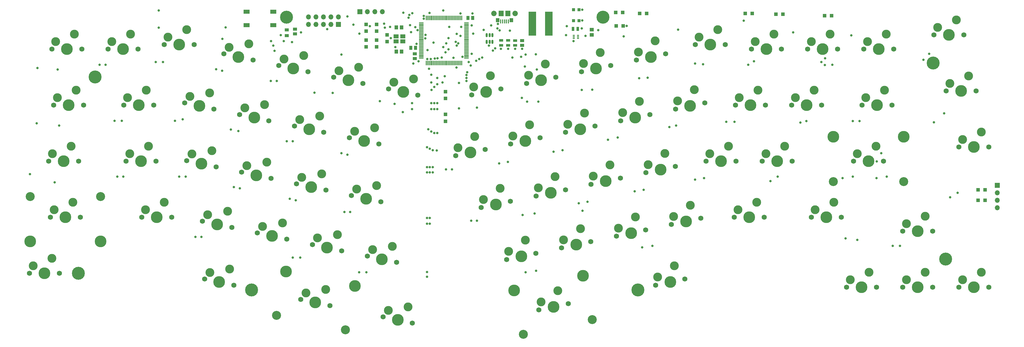
<source format=gbr>
%TF.GenerationSoftware,KiCad,Pcbnew,(6.0.7)*%
%TF.CreationDate,2022-10-19T12:52:43-04:00*%
%TF.ProjectId,main-keyboard-pcb,6d61696e-2d6b-4657-9962-6f6172642d70,1.0*%
%TF.SameCoordinates,Original*%
%TF.FileFunction,Soldermask,Top*%
%TF.FilePolarity,Negative*%
%FSLAX46Y46*%
G04 Gerber Fmt 4.6, Leading zero omitted, Abs format (unit mm)*
G04 Created by KiCad (PCBNEW (6.0.7)) date 2022-10-19 12:52:43*
%MOMM*%
%LPD*%
G01*
G04 APERTURE LIST*
G04 Aperture macros list*
%AMRoundRect*
0 Rectangle with rounded corners*
0 $1 Rounding radius*
0 $2 $3 $4 $5 $6 $7 $8 $9 X,Y pos of 4 corners*
0 Add a 4 corners polygon primitive as box body*
4,1,4,$2,$3,$4,$5,$6,$7,$8,$9,$2,$3,0*
0 Add four circle primitives for the rounded corners*
1,1,$1+$1,$2,$3*
1,1,$1+$1,$4,$5*
1,1,$1+$1,$6,$7*
1,1,$1+$1,$8,$9*
0 Add four rect primitives between the rounded corners*
20,1,$1+$1,$2,$3,$4,$5,0*
20,1,$1+$1,$4,$5,$6,$7,0*
20,1,$1+$1,$6,$7,$8,$9,0*
20,1,$1+$1,$8,$9,$2,$3,0*%
G04 Aperture macros list end*
%ADD10C,3.000000*%
%ADD11C,1.750000*%
%ADD12C,3.987800*%
%ADD13R,1.450000X1.150000*%
%ADD14C,4.400000*%
%ADD15R,1.150000X1.450000*%
%ADD16R,1.150000X1.150000*%
%ADD17R,0.670000X0.300000*%
%ADD18R,1.050000X1.050000*%
%ADD19R,2.600000X8.199999*%
%ADD20C,3.048000*%
%ADD21R,1.470000X0.970000*%
%ADD22R,1.020000X1.470000*%
%ADD23R,1.700000X1.700000*%
%ADD24O,1.700000X1.700000*%
%ADD25R,0.960000X1.390000*%
%ADD26R,0.400000X1.400000*%
%ADD27C,1.850000*%
%ADD28R,1.750000X1.900000*%
%ADD29R,1.470000X1.020000*%
%ADD30RoundRect,0.075000X-0.725000X-0.075000X0.725000X-0.075000X0.725000X0.075000X-0.725000X0.075000X0*%
%ADD31RoundRect,0.075000X-0.075000X-0.725000X0.075000X-0.725000X0.075000X0.725000X-0.075000X0.725000X0*%
%ADD32R,1.400000X1.000000*%
%ADD33R,1.750000X1.350000*%
%ADD34RoundRect,0.150000X0.150000X-0.512500X0.150000X0.512500X-0.150000X0.512500X-0.150000X-0.512500X0*%
%ADD35R,2.100000X1.400000*%
%ADD36C,0.800000*%
G04 APERTURE END LIST*
D10*
%TO.C,SW52*%
X298336650Y-109563633D03*
D11*
X300876650Y-114643633D03*
D10*
X291986650Y-112103633D03*
D11*
X290716650Y-114643633D03*
D12*
X295796650Y-114643633D03*
%TD*%
D13*
%TO.C,Cboot1*%
X241880000Y-90796000D03*
X241880000Y-88996000D03*
%TD*%
D11*
%TO.C,SW16*%
X132391698Y-119984389D03*
D10*
X130963394Y-114487304D03*
X124224061Y-115651559D03*
D11*
X122453718Y-117872006D03*
D12*
X127422708Y-118928198D03*
%TD*%
D14*
%TO.C,H7*%
X357716650Y-100356149D03*
%TD*%
D15*
%TO.C,C15*%
X177400000Y-88250000D03*
X175600000Y-88250000D03*
%TD*%
D10*
%TO.C,SW20*%
X142857771Y-119612286D03*
D11*
X151025408Y-123945116D03*
X141087428Y-121832733D03*
D12*
X146056418Y-122888925D03*
D10*
X149597104Y-118448031D03*
%TD*%
D12*
%TO.C,SW44*%
X265289544Y-136571056D03*
D10*
X266717847Y-131073971D03*
D11*
X270258534Y-135514865D03*
D10*
X261034706Y-134878705D03*
D11*
X260320554Y-137627247D03*
%TD*%
D10*
%TO.C,SW42*%
X244821242Y-96777038D03*
D12*
X243392939Y-102274123D03*
D10*
X239138101Y-100581772D03*
D11*
X238423949Y-103330314D03*
X248361929Y-101217932D03*
%TD*%
D10*
%TO.C,SW47*%
X257771812Y-96621054D03*
D11*
X257057660Y-99369596D03*
D10*
X263454953Y-92816320D03*
D12*
X262026650Y-98313405D03*
D11*
X266995640Y-97257214D03*
%TD*%
D14*
%TO.C,H4*%
X126496086Y-177483001D03*
%TD*%
D16*
%TO.C,R4*%
X172466000Y-93123000D03*
X172466000Y-90773000D03*
%TD*%
D11*
%TO.C,SW58*%
X338491599Y-176556136D03*
D10*
X329601599Y-174016136D03*
D11*
X328331599Y-176556136D03*
D12*
X333411599Y-176556136D03*
D10*
X335951599Y-171476136D03*
%TD*%
D17*
%TO.C,IC1*%
X235802500Y-91006000D03*
X235802500Y-91506000D03*
X235802500Y-92006000D03*
X237282500Y-92006000D03*
X237282500Y-91506000D03*
X237282500Y-91006000D03*
%TD*%
D16*
%TO.C,R6*%
X168910000Y-94901000D03*
X168910000Y-92551000D03*
%TD*%
D10*
%TO.C,SW1*%
X60066650Y-93053633D03*
D11*
X58796650Y-95593633D03*
D10*
X66416650Y-90513633D03*
D12*
X63876650Y-95593633D03*
D11*
X68956650Y-95593633D03*
%TD*%
%TO.C,SW3*%
X57712900Y-133693633D03*
D12*
X62792900Y-133693633D03*
D10*
X65332900Y-128613633D03*
X58982900Y-131153633D03*
D11*
X67872900Y-133693633D03*
%TD*%
D10*
%TO.C,SW10*%
X104516650Y-89013248D03*
D11*
X107056650Y-94093248D03*
D12*
X101976650Y-94093248D03*
D10*
X98166650Y-91553248D03*
D11*
X96896650Y-94093248D03*
%TD*%
%TO.C,SW31*%
X214357399Y-147397018D03*
D12*
X209388409Y-148453209D03*
D10*
X210816712Y-142956124D03*
X205133571Y-146760858D03*
D11*
X204419419Y-149509400D03*
%TD*%
D18*
%TO.C,Cin_2*%
X235727500Y-82276000D03*
X237577500Y-82276000D03*
%TD*%
D10*
%TO.C,SW27*%
X174284562Y-162646720D03*
X167545229Y-163810975D03*
D12*
X170743876Y-167087614D03*
D11*
X175712866Y-168143805D03*
X165774886Y-166031422D03*
%TD*%
D10*
%TO.C,SW38*%
X220504389Y-104542489D03*
D11*
X229728217Y-105178649D03*
X219790237Y-107291031D03*
D12*
X224759227Y-106234840D03*
D10*
X226187530Y-100737755D03*
%TD*%
D19*
%TO.C,L1*%
X227350000Y-86995999D03*
X221750000Y-86995999D03*
%TD*%
D15*
%TO.C,C13*%
X177400000Y-96450000D03*
X175600000Y-96450000D03*
%TD*%
D11*
%TO.C,SW40*%
X251624822Y-139475583D03*
X241686842Y-141587965D03*
D10*
X248084135Y-135034689D03*
X242400994Y-138839423D03*
D12*
X246655832Y-140531774D03*
%TD*%
%TO.C,SW39*%
X238036711Y-122888222D03*
D11*
X243005701Y-121832031D03*
D10*
X233781873Y-121195871D03*
D11*
X233067721Y-123944413D03*
D10*
X239465014Y-117391137D03*
%TD*%
D20*
%TO.C,SW57*%
X323854900Y-140678633D03*
D11*
X340872900Y-133693633D03*
D10*
X331982900Y-131153633D03*
X338332900Y-128613633D03*
D12*
X335792900Y-133693633D03*
X323854900Y-125438633D03*
D11*
X330712900Y-133693633D03*
D12*
X347730900Y-125438633D03*
D20*
X347730900Y-140678633D03*
%TD*%
D10*
%TO.C,SW62*%
X355001599Y-171476136D03*
D12*
X352461599Y-176556136D03*
D11*
X347381599Y-176556136D03*
X357541599Y-176556136D03*
D10*
X348651599Y-174016136D03*
%TD*%
D11*
%TO.C,SW30*%
X205738278Y-129753466D03*
X195800298Y-131865848D03*
D10*
X196514450Y-129117306D03*
X202197591Y-125312572D03*
D12*
X200769288Y-130809657D03*
%TD*%
%TO.C,SW23*%
X161542876Y-176168016D03*
D10*
X151690125Y-177319680D03*
D11*
X153118429Y-182816766D03*
D12*
X148149439Y-181760575D03*
D20*
X135020050Y-186110886D03*
D11*
X143180449Y-180704383D03*
D10*
X144950792Y-178483936D03*
D20*
X158374302Y-191074985D03*
D12*
X138188624Y-171203916D03*
%TD*%
D21*
%TO.C,Cout_1*%
X215900000Y-92716000D03*
X215900000Y-94376000D03*
%TD*%
D10*
%TO.C,SW9*%
X90526650Y-150203633D03*
D11*
X89256650Y-152743633D03*
D10*
X96876650Y-147663633D03*
D11*
X99416650Y-152743633D03*
D12*
X94336650Y-152743633D03*
%TD*%
D22*
%TO.C,C7*%
X182156000Y-95250000D03*
X180556000Y-95250000D03*
%TD*%
D16*
%TO.C,R8*%
X375317000Y-143510000D03*
X372967000Y-143510000D03*
%TD*%
D23*
%TO.C,J1*%
X156020000Y-87246000D03*
D24*
X156020000Y-84706000D03*
X153480000Y-87246000D03*
X153480000Y-84706000D03*
X150940000Y-87246000D03*
X150940000Y-84706000D03*
X148400000Y-87246000D03*
X148400000Y-84706000D03*
X145860000Y-87246000D03*
X145860000Y-84706000D03*
%TD*%
D12*
%TO.C,SW60*%
X338666650Y-114643633D03*
D10*
X334856650Y-112103633D03*
D11*
X333586650Y-114643633D03*
X343746650Y-114643633D03*
D10*
X341206650Y-109563633D03*
%TD*%
D25*
%TO.C,Cinx1*%
X235610000Y-88746000D03*
X237190000Y-88746000D03*
%TD*%
D16*
%TO.C,R29*%
X320897000Y-84328000D03*
X323247000Y-84328000D03*
%TD*%
%TO.C,R22*%
X192278000Y-117856000D03*
X192278000Y-120206000D03*
%TD*%
D11*
%TO.C,SW2*%
X69556650Y-114643633D03*
D12*
X64476650Y-114643633D03*
D11*
X59396650Y-114643633D03*
D10*
X60666650Y-112103633D03*
X67016650Y-109563633D03*
%TD*%
D14*
%TO.C,H3*%
X138363870Y-84806142D03*
%TD*%
D16*
%TO.C,R9*%
X375317000Y-147066000D03*
X372967000Y-147066000D03*
%TD*%
D12*
%TO.C,SW43*%
X256670423Y-118927504D03*
D10*
X252415585Y-117235153D03*
D11*
X251701433Y-119983695D03*
X261639413Y-117871313D03*
D10*
X258098726Y-113430419D03*
%TD*%
D11*
%TO.C,SW34*%
X214434009Y-127905130D03*
X224371989Y-125792748D03*
D10*
X220831302Y-121351854D03*
X215148161Y-125156588D03*
D12*
X219402999Y-126848939D03*
%TD*%
D16*
%TO.C,R28*%
X304387000Y-83820000D03*
X306737000Y-83820000D03*
%TD*%
D10*
%TO.C,SW67*%
X374051599Y-171476136D03*
D12*
X371511599Y-176556136D03*
D11*
X366431599Y-176556136D03*
X376591599Y-176556136D03*
D10*
X367701599Y-174016136D03*
%TD*%
%TO.C,SW22*%
X148911519Y-159850248D03*
D11*
X157079156Y-164183078D03*
D12*
X152110166Y-163126887D03*
D10*
X155650852Y-158685993D03*
D11*
X147141176Y-162070695D03*
%TD*%
D16*
%TO.C,R5*%
X165354000Y-94901000D03*
X165354000Y-92551000D03*
%TD*%
D10*
%TO.C,SW18*%
X137017143Y-154725266D03*
D12*
X133476457Y-159166160D03*
D11*
X128507467Y-158109968D03*
X138445447Y-160222351D03*
D10*
X130277810Y-155889521D03*
%TD*%
D11*
%TO.C,SW25*%
X159721138Y-125793460D03*
D10*
X168230814Y-122408758D03*
D11*
X169659118Y-127905843D03*
D10*
X161491481Y-123573013D03*
D12*
X164690128Y-126849652D03*
%TD*%
D16*
%TO.C,Rfbb1*%
X250237500Y-87746000D03*
X252587500Y-87746000D03*
%TD*%
%TO.C,R27*%
X293973000Y-83566000D03*
X296323000Y-83566000D03*
%TD*%
D10*
%TO.C,SW7*%
X84476650Y-112103633D03*
D11*
X83206650Y-114643633D03*
D10*
X90826650Y-109563633D03*
D12*
X88286650Y-114643633D03*
D11*
X93366650Y-114643633D03*
%TD*%
D14*
%TO.C,H5*%
X245729435Y-84806142D03*
%TD*%
D11*
%TO.C,SW41*%
X260243943Y-157119135D03*
X250305963Y-159231517D03*
D10*
X251020115Y-156482975D03*
X256703256Y-152678241D03*
D12*
X255274953Y-158175326D03*
%TD*%
D26*
%TO.C,J3*%
X213644000Y-86216000D03*
X212994000Y-86216000D03*
X212344000Y-86216000D03*
X211694000Y-86216000D03*
X211044000Y-86216000D03*
D27*
X215919000Y-83566000D03*
X208769000Y-83566000D03*
D28*
X213469000Y-83566000D03*
X211219000Y-83566000D03*
D15*
X214664000Y-85796000D03*
X210024000Y-85796000D03*
%TD*%
D16*
%TO.C,Rfbt1*%
X252412500Y-83156000D03*
X250062500Y-83156000D03*
%TD*%
D11*
%TO.C,SW14*%
X120509438Y-175885514D03*
D12*
X115540448Y-174829322D03*
D10*
X119081134Y-170388428D03*
D11*
X110571458Y-173773131D03*
D10*
X112341801Y-171552684D03*
%TD*%
D14*
%TO.C,H8*%
X361986599Y-167031136D03*
%TD*%
D12*
%TO.C,SW36*%
X236641242Y-162136043D03*
D11*
X231672252Y-163192234D03*
X241610232Y-161079852D03*
D10*
X238069545Y-156638958D03*
X232386404Y-160443692D03*
%TD*%
D23*
%TO.C,J2*%
X163271200Y-82956400D03*
D24*
X165811200Y-82956400D03*
X168351200Y-82956400D03*
X170891200Y-82956400D03*
%TD*%
D18*
%TO.C,Cin_1*%
X235730000Y-85986000D03*
X237580000Y-85986000D03*
%TD*%
D23*
%TO.C,J4*%
X379476000Y-141986000D03*
D24*
X379476000Y-144526000D03*
X379476000Y-147066000D03*
X379476000Y-149606000D03*
%TD*%
D29*
%TO.C,Coutx1*%
X218280000Y-92746000D03*
X218280000Y-94346000D03*
%TD*%
D10*
%TO.C,SW51*%
X284646650Y-89013248D03*
D11*
X277026650Y-94093248D03*
D10*
X278296650Y-91553248D03*
D12*
X282106650Y-94093248D03*
D11*
X287186650Y-94093248D03*
%TD*%
D16*
%TO.C,R2*%
X165354000Y-87217000D03*
X165354000Y-89567000D03*
%TD*%
D10*
%TO.C,SW54*%
X324045419Y-147663631D03*
D12*
X321505419Y-152743631D03*
D11*
X326585419Y-152743631D03*
X316425419Y-152743631D03*
D10*
X317695419Y-150203631D03*
%TD*%
D11*
%TO.C,SW63*%
X344336650Y-95593633D03*
X334176650Y-95593633D03*
D10*
X341796650Y-90513633D03*
X335446650Y-93053633D03*
D12*
X339256650Y-95593633D03*
%TD*%
D11*
%TO.C,SW19*%
X135731377Y-101218655D03*
D12*
X140700367Y-102274847D03*
D11*
X145669357Y-103331038D03*
D10*
X144241053Y-97833953D03*
X137501720Y-98998208D03*
%TD*%
%TO.C,SW55*%
X303696650Y-90513633D03*
X297346650Y-93053633D03*
D12*
X301156650Y-95593633D03*
D11*
X306236650Y-95593633D03*
X296076650Y-95593633D03*
%TD*%
D30*
%TO.C,U2*%
X184095000Y-86710000D03*
X184095000Y-87210000D03*
X184095000Y-87710000D03*
X184095000Y-88210000D03*
X184095000Y-88710000D03*
X184095000Y-89210000D03*
X184095000Y-89710000D03*
X184095000Y-90210000D03*
X184095000Y-90710000D03*
X184095000Y-91210000D03*
X184095000Y-91710000D03*
X184095000Y-92210000D03*
X184095000Y-92710000D03*
X184095000Y-93210000D03*
X184095000Y-93710000D03*
X184095000Y-94210000D03*
X184095000Y-94710000D03*
X184095000Y-95210000D03*
X184095000Y-95710000D03*
X184095000Y-96210000D03*
X184095000Y-96710000D03*
X184095000Y-97210000D03*
X184095000Y-97710000D03*
X184095000Y-98210000D03*
X184095000Y-98710000D03*
D31*
X185770000Y-100385000D03*
X186270000Y-100385000D03*
X186770000Y-100385000D03*
X187270000Y-100385000D03*
X187770000Y-100385000D03*
X188270000Y-100385000D03*
X188770000Y-100385000D03*
X189270000Y-100385000D03*
X189770000Y-100385000D03*
X190270000Y-100385000D03*
X190770000Y-100385000D03*
X191270000Y-100385000D03*
X191770000Y-100385000D03*
X192270000Y-100385000D03*
X192770000Y-100385000D03*
X193270000Y-100385000D03*
X193770000Y-100385000D03*
X194270000Y-100385000D03*
X194770000Y-100385000D03*
X195270000Y-100385000D03*
X195770000Y-100385000D03*
X196270000Y-100385000D03*
X196770000Y-100385000D03*
X197270000Y-100385000D03*
X197770000Y-100385000D03*
D30*
X199445000Y-98710000D03*
X199445000Y-98210000D03*
X199445000Y-97710000D03*
X199445000Y-97210000D03*
X199445000Y-96710000D03*
X199445000Y-96210000D03*
X199445000Y-95710000D03*
X199445000Y-95210000D03*
X199445000Y-94710000D03*
X199445000Y-94210000D03*
X199445000Y-93710000D03*
X199445000Y-93210000D03*
X199445000Y-92710000D03*
X199445000Y-92210000D03*
X199445000Y-91710000D03*
X199445000Y-91210000D03*
X199445000Y-90710000D03*
X199445000Y-90210000D03*
X199445000Y-89710000D03*
X199445000Y-89210000D03*
X199445000Y-88710000D03*
X199445000Y-88210000D03*
X199445000Y-87710000D03*
X199445000Y-87210000D03*
X199445000Y-86710000D03*
D31*
X197770000Y-85035000D03*
X197270000Y-85035000D03*
X196770000Y-85035000D03*
X196270000Y-85035000D03*
X195770000Y-85035000D03*
X195270000Y-85035000D03*
X194770000Y-85035000D03*
X194270000Y-85035000D03*
X193770000Y-85035000D03*
X193270000Y-85035000D03*
X192770000Y-85035000D03*
X192270000Y-85035000D03*
X191770000Y-85035000D03*
X191270000Y-85035000D03*
X190770000Y-85035000D03*
X190270000Y-85035000D03*
X189770000Y-85035000D03*
X189270000Y-85035000D03*
X188770000Y-85035000D03*
X188270000Y-85035000D03*
X187770000Y-85035000D03*
X187270000Y-85035000D03*
X186770000Y-85035000D03*
X186270000Y-85035000D03*
X185770000Y-85035000D03*
%TD*%
D32*
%TO.C,R3*%
X138430000Y-89154000D03*
X138430000Y-91054000D03*
%TD*%
D12*
%TO.C,SW53*%
X304836650Y-133693633D03*
D11*
X299756650Y-133693633D03*
X309916650Y-133693633D03*
D10*
X301026650Y-131153633D03*
X307376650Y-128613633D03*
%TD*%
%TO.C,SW50*%
X291501669Y-150203631D03*
D11*
X300391669Y-152743631D03*
D12*
X295311669Y-152743631D03*
D10*
X297851669Y-147663631D03*
D11*
X290231669Y-152743631D03*
%TD*%
D33*
%TO.C,Y1*%
X175575000Y-93000000D03*
X177825000Y-93000000D03*
X177825000Y-91350000D03*
X175575000Y-91350000D03*
%TD*%
D10*
%TO.C,SW28*%
X179640699Y-183260749D03*
D11*
X171131023Y-186645451D03*
D10*
X172901366Y-184425004D03*
D11*
X181069003Y-188757834D03*
D12*
X176100013Y-187701643D03*
%TD*%
D14*
%TO.C,H1*%
X73401650Y-105118633D03*
%TD*%
D12*
%TO.C,SW45*%
X273908665Y-154214608D03*
D11*
X268939675Y-155270799D03*
D10*
X269653827Y-152522257D03*
X275336968Y-148717523D03*
D11*
X278877655Y-153158417D03*
%TD*%
%TO.C,SW49*%
X280706650Y-133693633D03*
D12*
X285786650Y-133693633D03*
D11*
X290866650Y-133693633D03*
D10*
X288326650Y-128613633D03*
X281976650Y-131153633D03*
%TD*%
D12*
%TO.C,SW5*%
X56246650Y-171793633D03*
D10*
X52436650Y-169253633D03*
X58786650Y-166713633D03*
D11*
X61326650Y-171793633D03*
X51166650Y-171793633D03*
%TD*%
D10*
%TO.C,SW61*%
X348651599Y-154966136D03*
D12*
X352461599Y-157506136D03*
D11*
X347381599Y-157506136D03*
X357541599Y-157506136D03*
D10*
X355001599Y-152426136D03*
%TD*%
%TO.C,SW8*%
X85176650Y-131153633D03*
D12*
X88986650Y-133693633D03*
D10*
X91526650Y-128613633D03*
D11*
X94066650Y-133693633D03*
X83906650Y-133693633D03*
%TD*%
D10*
%TO.C,SW26*%
X168928481Y-142032652D03*
D11*
X170356785Y-147529737D03*
X160418805Y-145417354D03*
D12*
X165387795Y-146473546D03*
D10*
X162189148Y-143196907D03*
%TD*%
D34*
%TO.C,U1*%
X206300000Y-93137500D03*
X207250000Y-93137500D03*
X208200000Y-93137500D03*
X208200000Y-90862500D03*
X207250000Y-90862500D03*
X206300000Y-90862500D03*
%TD*%
D12*
%TO.C,SW37*%
X228955916Y-183245171D03*
D11*
X233924905Y-182188980D03*
D20*
X242085305Y-187595482D03*
X218731053Y-192559582D03*
D12*
X215562479Y-177652612D03*
D10*
X224701078Y-181552820D03*
X230384219Y-177748086D03*
D11*
X223986926Y-184301362D03*
D12*
X238916731Y-172688513D03*
%TD*%
%TO.C,SW13*%
X114842747Y-155205434D03*
D10*
X118383433Y-150764540D03*
D11*
X109873757Y-154149242D03*
X119811737Y-156261625D03*
D10*
X111644100Y-151928795D03*
%TD*%
D35*
%TO.C,SW68*%
X133902000Y-87465000D03*
X124802000Y-87465000D03*
X133902000Y-82965000D03*
X124802000Y-82965000D03*
%TD*%
D29*
%TO.C,C17*%
X181864000Y-97244000D03*
X181864000Y-98844000D03*
%TD*%
D14*
%TO.C,H6*%
X257596916Y-177482353D03*
%TD*%
D11*
%TO.C,SW59*%
X315126650Y-95593633D03*
D10*
X322746650Y-90513633D03*
D12*
X320206650Y-95593633D03*
D11*
X325286650Y-95593633D03*
D10*
X316396650Y-93053633D03*
%TD*%
D12*
%TO.C,SW66*%
X371511599Y-128931152D03*
D11*
X376591599Y-128931152D03*
D10*
X367701599Y-126391152D03*
X374051599Y-123851152D03*
D11*
X366431599Y-128931152D03*
%TD*%
D12*
%TO.C,SW4*%
X51442400Y-160998633D03*
D11*
X68460400Y-152743633D03*
D12*
X63380400Y-152743633D03*
D20*
X75318400Y-145758633D03*
D12*
X75318400Y-160998633D03*
D10*
X59570400Y-150203633D03*
D11*
X58300400Y-152743633D03*
D20*
X51442400Y-145758633D03*
D10*
X65920400Y-147663633D03*
%TD*%
D22*
%TO.C,C12*%
X199898000Y-85090000D03*
X201498000Y-85090000D03*
%TD*%
D10*
%TO.C,SW11*%
X105590351Y-111690833D03*
X112329684Y-110526578D03*
D11*
X113757988Y-116023663D03*
X103820008Y-113911280D03*
D12*
X108788998Y-114967472D03*
%TD*%
D10*
%TO.C,SW21*%
X150294771Y-138071925D03*
X143555438Y-139236180D03*
D11*
X151723075Y-143569010D03*
D12*
X146754085Y-142512819D03*
D11*
X141785095Y-141456627D03*
%TD*%
D10*
%TO.C,SW65*%
X363431650Y-107341149D03*
D12*
X367241650Y-109881149D03*
D10*
X369781650Y-104801149D03*
D11*
X362161650Y-109881149D03*
X372321650Y-109881149D03*
%TD*%
D10*
%TO.C,SW32*%
X219435833Y-160599676D03*
D11*
X213038540Y-167152952D03*
X222976520Y-165040570D03*
D12*
X218007530Y-166096761D03*
D10*
X213752692Y-164404410D03*
%TD*%
D11*
%TO.C,SW12*%
X114455655Y-135647556D03*
D10*
X106288018Y-131314726D03*
D12*
X109486665Y-134591365D03*
D10*
X113027351Y-130150471D03*
D11*
X104517675Y-133535173D03*
%TD*%
%TO.C,SW64*%
X357989192Y-90831142D03*
X368149192Y-90831142D03*
D10*
X365609192Y-85751142D03*
X359259192Y-88291142D03*
D12*
X363069192Y-90831142D03*
%TD*%
D11*
%TO.C,SW46*%
X273521542Y-173772467D03*
D10*
X269980855Y-169331573D03*
X264297714Y-173136307D03*
D11*
X263583562Y-175884850D03*
D12*
X268552552Y-174828659D03*
%TD*%
D11*
%TO.C,SW17*%
X133089365Y-139608283D03*
D12*
X128120375Y-138552092D03*
D10*
X124921728Y-135275453D03*
X131661061Y-134111198D03*
D11*
X123151385Y-137495900D03*
%TD*%
D21*
%TO.C,Cout_2*%
X213540000Y-92706000D03*
X213540000Y-94366000D03*
%TD*%
D16*
%TO.C,R25*%
X258159000Y-83566000D03*
X260509000Y-83566000D03*
%TD*%
D11*
%TO.C,SW35*%
X223053130Y-145548682D03*
D12*
X228022120Y-144492491D03*
D10*
X229450423Y-138995406D03*
X223767282Y-142800140D03*
D11*
X232991110Y-143436300D03*
%TD*%
D10*
%TO.C,SW48*%
X276732438Y-109469701D03*
D11*
X270335145Y-116022977D03*
D10*
X271049297Y-113274435D03*
D12*
X275304135Y-114966786D03*
D11*
X280273125Y-113910595D03*
%TD*%
D16*
%TO.C,R7*%
X168910000Y-87217000D03*
X168910000Y-89567000D03*
%TD*%
D12*
%TO.C,SW29*%
X177967791Y-110196282D03*
D10*
X174769144Y-106919643D03*
D11*
X182936781Y-111252473D03*
D10*
X181508477Y-105755388D03*
D11*
X172998801Y-109140090D03*
%TD*%
D29*
%TO.C,C3*%
X141224000Y-88862000D03*
X141224000Y-90462000D03*
%TD*%
D12*
%TO.C,SW56*%
X314846650Y-114643633D03*
D10*
X311036650Y-112103633D03*
D11*
X309766650Y-114643633D03*
X319926650Y-114643633D03*
D10*
X317386650Y-109563633D03*
%TD*%
D12*
%TO.C,SW24*%
X159334079Y-106235565D03*
D10*
X162874765Y-101794671D03*
X156135432Y-102958926D03*
D11*
X164303069Y-107291756D03*
X154365089Y-105179373D03*
%TD*%
D21*
%TO.C,Cout_3*%
X211150000Y-92696000D03*
X211150000Y-94356000D03*
%TD*%
D12*
%TO.C,SW15*%
X122066656Y-98314129D03*
D11*
X127035646Y-99370320D03*
D10*
X125607342Y-93873235D03*
X118868009Y-95037490D03*
D11*
X117097666Y-97257937D03*
%TD*%
D10*
%TO.C,SW33*%
X207553818Y-104698473D03*
X201870677Y-108503207D03*
D12*
X206125515Y-110195558D03*
D11*
X201156525Y-111251749D03*
X211094505Y-109139367D03*
%TD*%
D14*
%TO.C,H2*%
X67734150Y-171793633D03*
%TD*%
D11*
%TO.C,SW6*%
X77846650Y-95593633D03*
D10*
X85466650Y-90513633D03*
D11*
X88006650Y-95593633D03*
D10*
X79116650Y-93053633D03*
D12*
X82926650Y-95593633D03*
%TD*%
D16*
%TO.C,R21*%
X192278000Y-110077000D03*
X192278000Y-112427000D03*
%TD*%
D36*
X210058000Y-87122000D03*
X186182000Y-96012000D03*
X152146000Y-88900000D03*
X238506000Y-88646000D03*
X215910000Y-95536000D03*
X184912000Y-84344497D03*
X171704000Y-88392000D03*
X140250000Y-93250000D03*
X178000000Y-83311989D03*
X163068000Y-90424000D03*
X211140000Y-95506000D03*
X207010000Y-94488000D03*
X201422000Y-83566000D03*
X161036000Y-87376000D03*
X238700000Y-85926000D03*
X175260000Y-94996000D03*
X185494434Y-90794465D03*
X143250000Y-90000000D03*
X238680000Y-82276000D03*
X173482000Y-88138000D03*
X182095023Y-88154977D03*
X181356000Y-100584000D03*
X180250000Y-87500000D03*
X213570000Y-95526000D03*
X253790000Y-87766000D03*
X218290000Y-95516000D03*
X166624000Y-87884000D03*
X183127795Y-99775500D03*
X180594000Y-89916000D03*
X235712000Y-92964000D03*
X186123962Y-99045890D03*
X173736000Y-91948000D03*
X133858000Y-94488000D03*
X147828000Y-110490000D03*
X260858000Y-105410000D03*
X53848000Y-102108000D03*
X94000000Y-100000000D03*
X77000000Y-101000000D03*
X279654000Y-100838000D03*
X258000000Y-105500000D03*
X135047787Y-106500000D03*
X116500000Y-103000000D03*
X189636262Y-98805104D03*
X242062000Y-109474000D03*
X203000000Y-115500000D03*
X323500000Y-101000000D03*
X133000000Y-106500000D03*
X196850000Y-115824000D03*
X296926000Y-99822000D03*
X60706000Y-102616000D03*
X223774000Y-113538000D03*
X320960023Y-101039977D03*
X277000000Y-100500000D03*
X238500000Y-109500000D03*
X220000000Y-113500000D03*
X295000000Y-101000000D03*
X96500000Y-100000000D03*
X75000000Y-101000000D03*
X154000000Y-110500000D03*
X114500000Y-102500000D03*
X210500000Y-134500000D03*
X159037548Y-131500000D03*
X61214000Y-121666000D03*
X100500000Y-120000000D03*
X287528000Y-120396000D03*
X189484000Y-124206000D03*
X354417639Y-99314000D03*
X213500000Y-134000000D03*
X189529977Y-107529977D03*
X157000000Y-131000000D03*
X189325889Y-130095146D03*
X82500000Y-120000000D03*
X189500000Y-116000000D03*
X290322000Y-120396000D03*
X268224000Y-122174000D03*
X312674000Y-120650000D03*
X140500000Y-127000000D03*
X188636766Y-98808687D03*
X119500000Y-123000000D03*
X103136418Y-119500000D03*
X247396000Y-126492000D03*
X192500000Y-136500000D03*
X229000000Y-130500000D03*
X332740000Y-120142000D03*
X250698000Y-125730000D03*
X314706000Y-120142000D03*
X189500000Y-114000000D03*
X194500000Y-136500000D03*
X189470023Y-105470023D03*
X330454000Y-120142000D03*
X53594000Y-120904000D03*
X122000000Y-123500000D03*
X356362000Y-97282000D03*
X138500000Y-127000000D03*
X232000000Y-130000000D03*
X80000000Y-120000000D03*
X270510000Y-121666000D03*
X188500000Y-116000000D03*
X342000000Y-139000000D03*
X358000000Y-120500000D03*
X188000000Y-130000000D03*
X218500000Y-152000000D03*
X222500000Y-151500000D03*
X361500000Y-117500000D03*
X302500000Y-140500000D03*
X188500497Y-114000000D03*
X277000000Y-140000000D03*
X81000000Y-139000000D03*
X104140000Y-139000000D03*
X102000000Y-139000000D03*
X188000000Y-137500000D03*
X120500000Y-142500000D03*
X158000000Y-151000000D03*
X201000000Y-154000000D03*
X237500000Y-148000000D03*
X188529977Y-108529977D03*
X122500000Y-143000000D03*
X203000000Y-154000000D03*
X160000000Y-151000000D03*
X59690000Y-140970000D03*
X338500000Y-139500000D03*
X188468000Y-124206000D03*
X259500000Y-143500000D03*
X256500000Y-144000000D03*
X280000000Y-139500000D03*
X139500000Y-146500000D03*
X51308000Y-138176000D03*
X305000000Y-139000000D03*
X240500000Y-147500000D03*
X141500000Y-147000000D03*
X330500000Y-139000000D03*
X188000000Y-135750500D03*
X83000000Y-139000000D03*
X327000000Y-139500000D03*
X109500000Y-159500000D03*
X187452000Y-123698000D03*
X165500000Y-171500000D03*
X107500000Y-159500000D03*
X187000000Y-155000000D03*
X187500000Y-116000000D03*
X187000000Y-153000000D03*
X187500000Y-107000000D03*
X143000000Y-166500000D03*
X140500000Y-166500000D03*
X259000000Y-163000000D03*
X344000000Y-162500000D03*
X163000000Y-171500000D03*
X223000000Y-171000000D03*
X187000000Y-135750500D03*
X332000000Y-160500000D03*
X187000000Y-129500000D03*
X363500000Y-146000000D03*
X262500000Y-162500000D03*
X346500000Y-162500000D03*
X328000000Y-160000000D03*
X187500000Y-114000000D03*
X219500000Y-171500000D03*
X187529977Y-109529977D03*
X366000000Y-144500000D03*
X187000000Y-137500000D03*
X187452977Y-104393023D03*
X186000000Y-135750500D03*
X186000000Y-137500000D03*
X181000000Y-114000000D03*
X181000000Y-116000000D03*
X186690000Y-102362000D03*
X186000000Y-129000000D03*
X186000000Y-155000000D03*
X186000000Y-171373615D03*
X186436000Y-122936000D03*
X186000000Y-153000000D03*
X186000000Y-173000000D03*
X182523949Y-93876602D03*
X137414000Y-92964000D03*
X133096000Y-92964000D03*
X192532000Y-93726000D03*
X191516000Y-94996000D03*
X181064470Y-83425152D03*
X180066070Y-84051789D03*
X179750000Y-85000000D03*
X156972000Y-97536000D03*
X193294000Y-95758000D03*
X191250000Y-107000000D03*
X192024000Y-104902000D03*
X192278000Y-96774000D03*
X196010000Y-101876000D03*
X199389996Y-106437657D03*
X204724000Y-98525500D03*
X215000000Y-98525500D03*
X203708000Y-99025500D03*
X199390359Y-105438155D03*
X222919842Y-97419842D03*
X202692000Y-99575980D03*
X199377631Y-104438733D03*
X199644000Y-103475377D03*
X271250000Y-89000000D03*
X200828842Y-101260842D03*
X219202000Y-101600000D03*
X217932000Y-98298000D03*
X194989227Y-98621727D03*
X200152000Y-100076000D03*
X219456000Y-97536000D03*
X201168000Y-97282000D03*
X223266000Y-102616000D03*
X196088000Y-94488000D03*
X210666685Y-89273585D03*
X209142685Y-95403315D03*
X209957315Y-88564215D03*
X208433315Y-96112685D03*
X159069977Y-84516023D03*
X197612000Y-88138000D03*
X201168000Y-87630000D03*
X186915704Y-83340297D03*
X171500000Y-87000000D03*
X197358000Y-83566000D03*
X191516000Y-82550000D03*
X196088000Y-90436500D03*
X218186000Y-112268000D03*
X197358000Y-91186000D03*
X238760000Y-150622000D03*
X193281500Y-91886520D03*
X338582000Y-133858000D03*
X340106000Y-131064000D03*
X321056000Y-98806000D03*
X319786000Y-100076000D03*
X239776000Y-91186000D03*
X244090000Y-89226000D03*
X182845648Y-89210729D03*
X184912000Y-85344000D03*
X207772000Y-87630000D03*
X187307344Y-98985500D03*
X201676000Y-90424000D03*
X188214000Y-93472000D03*
X214122000Y-89408000D03*
X191008000Y-98552000D03*
X205232000Y-89154000D03*
X198045500Y-98215631D03*
X193548000Y-88138000D03*
X185470730Y-91957513D03*
X233426000Y-87884000D03*
X233172000Y-90932000D03*
X196642424Y-93656364D03*
X195763783Y-93179925D03*
X94996000Y-82550000D03*
X94996000Y-88392000D03*
X116586000Y-92189500D03*
X117750000Y-88250000D03*
X136398000Y-90932000D03*
X134298287Y-96201713D03*
X177800000Y-117094000D03*
X170000000Y-113289203D03*
X175006000Y-114300000D03*
X196850000Y-107188000D03*
X252750000Y-91275500D03*
X293500000Y-86000000D03*
X310250000Y-90000000D03*
X330000000Y-91000000D03*
M02*

</source>
